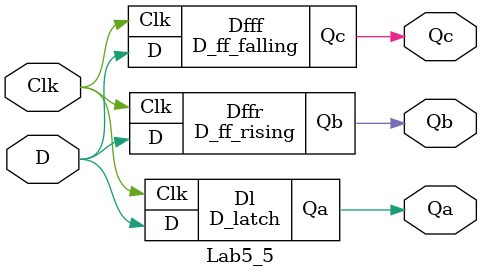
<source format=v>
`timescale 1ns / 1ps


module D_latch(input D, input Clk, output reg Qa);
	always @ (D or Clk)
	    if(Clk)
	    begin
		Qa <= D;
	    end
endmodule

//Rising Edge triggered D FF

module D_ff_rising(input D, input Clk, output reg Qb);
	always @ (posedge Clk)
	    if(Clk)
	    begin
		Qb <= D;
	    end
endmodule

//Falling Edge triggered D FF

module D_ff_falling(input D, input Clk, output reg Qc);
   always @ (negedge Clk)
	if(~Clk)
	begin
	   Qc <= D;
	end
endmodule

//Lab Circuit

module Lab5_5(input D, input Clk,output wire Qa, output wire Qb, output wire Qc);
    D_latch Dl(D,Clk,Qa);
    D_ff_rising Dffr(D,Clk,Qb);
    D_ff_falling Dfff(D,Clk,Qc);
endmodule

</source>
